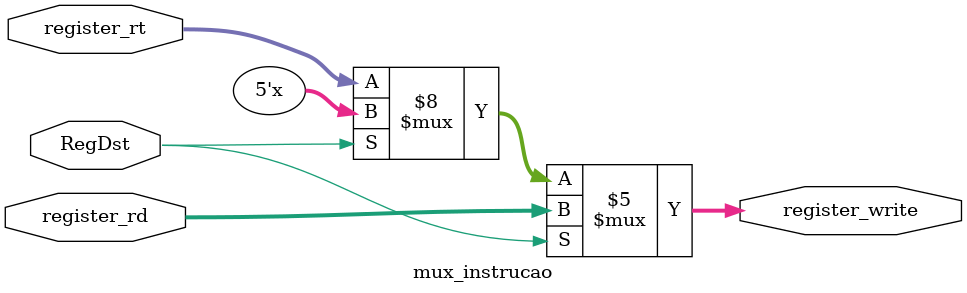
<source format=v>
module mux_instrucao(RegDst, register_rt, register_rd, register_write);
	input RegDst;
	input [4:0] register_rt;
	input [4:0] register_rd;
	output reg [4:0] register_write;

	always@(RegDst or register_rt or register_rd) begin
		if(RegDst == 0) begin
			register_write = register_rt;
		end
		if(RegDst == 1) begin
			register_write = register_rd;
		end
	end
endmodule
</source>
